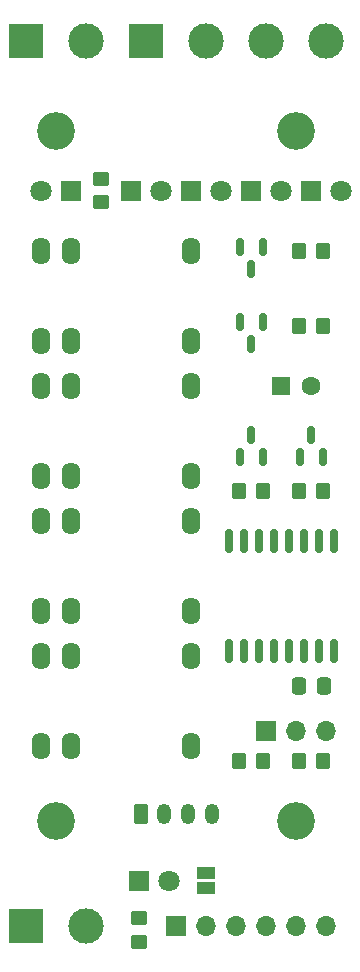
<source format=gbr>
%TF.GenerationSoftware,KiCad,Pcbnew,6.0.6*%
%TF.CreationDate,2022-09-30T13:38:31-04:00*%
%TF.ProjectId,hvac-r,68766163-2d72-42e6-9b69-6361645f7063,rev?*%
%TF.SameCoordinates,Original*%
%TF.FileFunction,Soldermask,Top*%
%TF.FilePolarity,Negative*%
%FSLAX46Y46*%
G04 Gerber Fmt 4.6, Leading zero omitted, Abs format (unit mm)*
G04 Created by KiCad (PCBNEW 6.0.6) date 2022-09-30 13:38:31*
%MOMM*%
%LPD*%
G01*
G04 APERTURE LIST*
G04 Aperture macros list*
%AMRoundRect*
0 Rectangle with rounded corners*
0 $1 Rounding radius*
0 $2 $3 $4 $5 $6 $7 $8 $9 X,Y pos of 4 corners*
0 Add a 4 corners polygon primitive as box body*
4,1,4,$2,$3,$4,$5,$6,$7,$8,$9,$2,$3,0*
0 Add four circle primitives for the rounded corners*
1,1,$1+$1,$2,$3*
1,1,$1+$1,$4,$5*
1,1,$1+$1,$6,$7*
1,1,$1+$1,$8,$9*
0 Add four rect primitives between the rounded corners*
20,1,$1+$1,$2,$3,$4,$5,0*
20,1,$1+$1,$4,$5,$6,$7,0*
20,1,$1+$1,$6,$7,$8,$9,0*
20,1,$1+$1,$8,$9,$2,$3,0*%
G04 Aperture macros list end*
%ADD10R,1.500000X1.000000*%
%ADD11RoundRect,0.250000X-0.450000X0.350000X-0.450000X-0.350000X0.450000X-0.350000X0.450000X0.350000X0*%
%ADD12R,1.800000X1.800000*%
%ADD13C,1.800000*%
%ADD14C,3.200000*%
%ADD15RoundRect,0.150000X-0.150000X0.875000X-0.150000X-0.875000X0.150000X-0.875000X0.150000X0.875000X0*%
%ADD16RoundRect,0.250000X-0.350000X-0.450000X0.350000X-0.450000X0.350000X0.450000X-0.350000X0.450000X0*%
%ADD17RoundRect,0.250000X0.350000X0.450000X-0.350000X0.450000X-0.350000X-0.450000X0.350000X-0.450000X0*%
%ADD18RoundRect,0.150000X0.150000X-0.587500X0.150000X0.587500X-0.150000X0.587500X-0.150000X-0.587500X0*%
%ADD19RoundRect,0.150000X-0.150000X0.587500X-0.150000X-0.587500X0.150000X-0.587500X0.150000X0.587500X0*%
%ADD20O,1.600000X2.300000*%
%ADD21R,1.700000X1.700000*%
%ADD22O,1.700000X1.700000*%
%ADD23RoundRect,0.250000X-0.350000X-0.625000X0.350000X-0.625000X0.350000X0.625000X-0.350000X0.625000X0*%
%ADD24O,1.200000X1.750000*%
%ADD25R,3.000000X3.000000*%
%ADD26C,3.000000*%
%ADD27RoundRect,0.250000X0.337500X0.475000X-0.337500X0.475000X-0.337500X-0.475000X0.337500X-0.475000X0*%
%ADD28R,1.600000X1.600000*%
%ADD29C,1.600000*%
G04 APERTURE END LIST*
D10*
%TO.C,JP2*%
X119380000Y-126350000D03*
X119380000Y-127650000D03*
%TD*%
D11*
%TO.C,R12*%
X113665000Y-130175000D03*
X113665000Y-132175000D03*
%TD*%
D12*
%TO.C,D6*%
X113660000Y-127000000D03*
D13*
X116200000Y-127000000D03*
%TD*%
D11*
%TO.C,R11*%
X110490000Y-67580000D03*
X110490000Y-69580000D03*
%TD*%
D12*
%TO.C,D5*%
X107950000Y-68580000D03*
D13*
X105410000Y-68580000D03*
%TD*%
D14*
%TO.C,H4*%
X127000000Y-63500000D03*
%TD*%
%TO.C,H3*%
X106680000Y-63500000D03*
%TD*%
%TO.C,H2*%
X127000000Y-121920000D03*
%TD*%
%TO.C,H1*%
X106680000Y-121920000D03*
%TD*%
D15*
%TO.C,U1*%
X130175000Y-98220000D03*
X128905000Y-98220000D03*
X127635000Y-98220000D03*
X126365000Y-98220000D03*
X125095000Y-98220000D03*
X123825000Y-98220000D03*
X122555000Y-98220000D03*
X121285000Y-98220000D03*
X121285000Y-107520000D03*
X122555000Y-107520000D03*
X123825000Y-107520000D03*
X125095000Y-107520000D03*
X126365000Y-107520000D03*
X127635000Y-107520000D03*
X128905000Y-107520000D03*
X130175000Y-107520000D03*
%TD*%
D16*
%TO.C,R10*%
X122190000Y-116840000D03*
X124190000Y-116840000D03*
%TD*%
D17*
%TO.C,R9*%
X129270000Y-116840000D03*
X127270000Y-116840000D03*
%TD*%
D16*
%TO.C,R7*%
X127270000Y-93980000D03*
X129270000Y-93980000D03*
%TD*%
%TO.C,R5*%
X122190000Y-93980000D03*
X124190000Y-93980000D03*
%TD*%
%TO.C,R3*%
X127270000Y-80010000D03*
X129270000Y-80010000D03*
%TD*%
%TO.C,R1*%
X127270000Y-73660000D03*
X129270000Y-73660000D03*
%TD*%
D18*
%TO.C,Q4*%
X127320000Y-91107500D03*
X129220000Y-91107500D03*
X128270000Y-89232500D03*
%TD*%
%TO.C,Q3*%
X122240000Y-91107500D03*
X124140000Y-91107500D03*
X123190000Y-89232500D03*
%TD*%
D19*
%TO.C,Q2*%
X124140000Y-79707500D03*
X122240000Y-79707500D03*
X123190000Y-81582500D03*
%TD*%
%TO.C,Q1*%
X124140000Y-73357500D03*
X122240000Y-73357500D03*
X123190000Y-75232500D03*
%TD*%
D20*
%TO.C,K4*%
X118110000Y-107950000D03*
X107950000Y-107950000D03*
X105410000Y-107950000D03*
X105410000Y-115570000D03*
X107950000Y-115570000D03*
X118110000Y-115570000D03*
%TD*%
%TO.C,K3*%
X118110000Y-96520000D03*
X107950000Y-96520000D03*
X105410000Y-96520000D03*
X105410000Y-104140000D03*
X107950000Y-104140000D03*
X118110000Y-104140000D03*
%TD*%
%TO.C,K2*%
X118110000Y-85090000D03*
X107950000Y-85090000D03*
X105410000Y-85090000D03*
X105410000Y-92710000D03*
X107950000Y-92710000D03*
X118110000Y-92710000D03*
%TD*%
%TO.C,K1*%
X118110000Y-73660000D03*
X107950000Y-73660000D03*
X105410000Y-73660000D03*
X105410000Y-81280000D03*
X107950000Y-81280000D03*
X118110000Y-81280000D03*
%TD*%
D21*
%TO.C,JP1*%
X124475000Y-114300000D03*
D22*
X127015000Y-114300000D03*
X129555000Y-114300000D03*
%TD*%
D21*
%TO.C,J5*%
X116840000Y-130810000D03*
D22*
X119380000Y-130810000D03*
X121920000Y-130810000D03*
X124460000Y-130810000D03*
X127000000Y-130810000D03*
X129540000Y-130810000D03*
%TD*%
D23*
%TO.C,J4*%
X113840000Y-121370000D03*
D24*
X115840000Y-121370000D03*
X117840000Y-121370000D03*
X119840000Y-121370000D03*
%TD*%
D25*
%TO.C,J3*%
X114300000Y-55880000D03*
D26*
X119380000Y-55880000D03*
X124460000Y-55880000D03*
X129540000Y-55880000D03*
%TD*%
D25*
%TO.C,J2*%
X104140000Y-55880000D03*
D26*
X109220000Y-55880000D03*
%TD*%
D25*
%TO.C,J1*%
X104140000Y-130810000D03*
D26*
X109220000Y-130810000D03*
%TD*%
D12*
%TO.C,D4*%
X128270000Y-68580000D03*
D13*
X130810000Y-68580000D03*
%TD*%
D12*
%TO.C,D3*%
X123190000Y-68580000D03*
D13*
X125730000Y-68580000D03*
%TD*%
D12*
%TO.C,D2*%
X118110000Y-68580000D03*
D13*
X120650000Y-68580000D03*
%TD*%
D12*
%TO.C,D1*%
X113030000Y-68580000D03*
D13*
X115570000Y-68580000D03*
%TD*%
D27*
%TO.C,C2*%
X129307500Y-110490000D03*
X127232500Y-110490000D03*
%TD*%
D28*
%TO.C,C1*%
X125730000Y-85090000D03*
D29*
X128230000Y-85090000D03*
%TD*%
M02*

</source>
